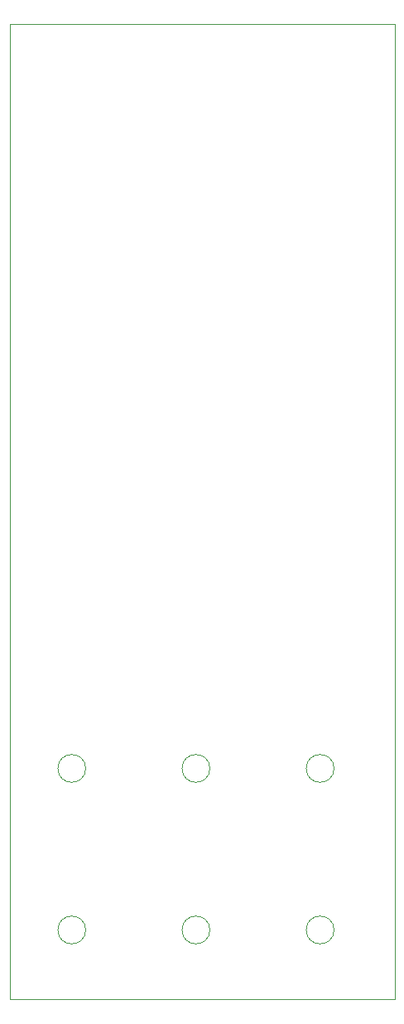
<source format=gm1>
G04 #@! TF.FileFunction,Profile,NP*
%FSLAX46Y46*%
G04 Gerber Fmt 4.6, Leading zero omitted, Abs format (unit mm)*
G04 Created by KiCad (PCBNEW 4.0.6) date Tuesday, December 12, 2017 'AMt' 12:19:16 AM*
%MOMM*%
%LPD*%
G01*
G04 APERTURE LIST*
%ADD10C,0.100000*%
%ADD11C,0.010000*%
G04 APERTURE END LIST*
D10*
D11*
X162709903Y-138430000D02*
G75*
G03X162709903Y-138430000I-1419903J0D01*
G01*
X175409903Y-138430000D02*
G75*
G03X175409903Y-138430000I-1419903J0D01*
G01*
X188109903Y-138430000D02*
G75*
G03X188109903Y-138430000I-1419903J0D01*
G01*
X188109903Y-154940000D02*
G75*
G03X188109903Y-154940000I-1419903J0D01*
G01*
X175409903Y-154940000D02*
G75*
G03X175409903Y-154940000I-1419903J0D01*
G01*
X162709903Y-154940000D02*
G75*
G03X162709903Y-154940000I-1419903J0D01*
G01*
X154940000Y-162052000D02*
X154940000Y-62357000D01*
X194310000Y-162052000D02*
X154940000Y-162052000D01*
X194310000Y-62357000D02*
X194310000Y-162052000D01*
X154940000Y-62357000D02*
X194310000Y-62357000D01*
M02*

</source>
